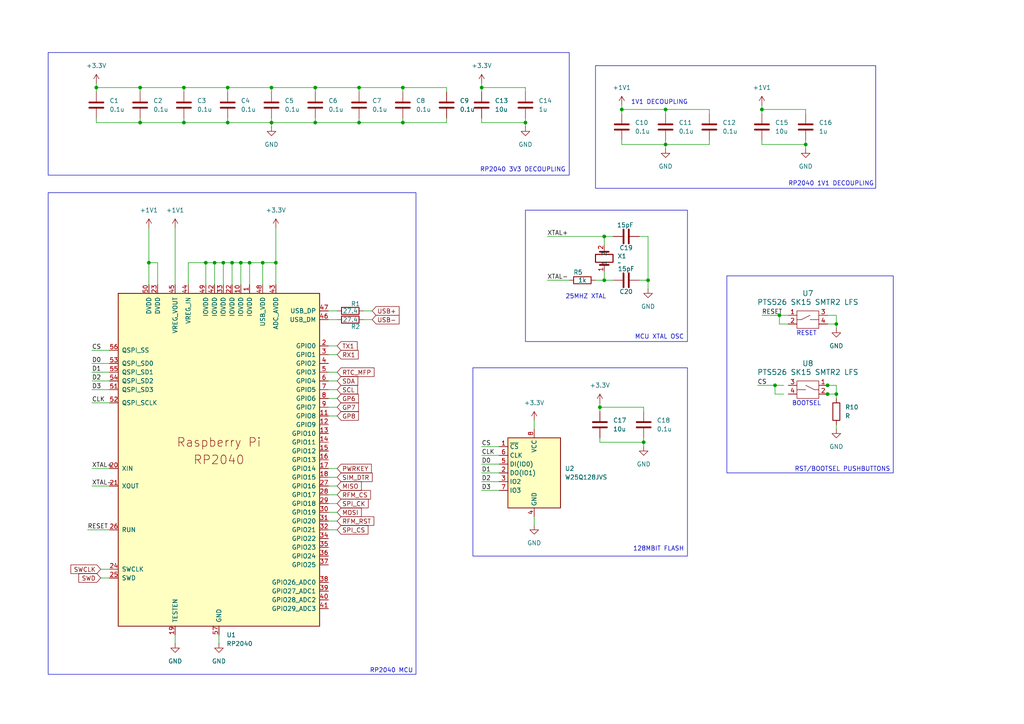
<source format=kicad_sch>
(kicad_sch (version 20231120) (generator "eeschema") (generator_version "8.0")
  (paper "A4")
  (lib_symbols
    (symbol "2024-05-28_14-35-54:PTS526_SK15_SMTR2_LFS" (pin_names (offset 0.254))
      (property "Reference" "U" (at 20.32 10.16 0))
      (property "Value" "PTS526 SK15 SMTR2 LFS" (at 20.32 7.62 0))
      (symbol "PTS526_SK15_SMTR2_LFS_1_1"
        (rectangle (start -3.81 1.27) (end 2.54 -3.81))
        (polyline (pts (xy -3.81 -1.27) (xy -2.54 -1.27)))
        (polyline (pts (xy -2.54 -1.27) (xy 0 0)))
        (polyline (pts (xy 2.54 -1.27) (xy 0 -1.27)))
        (pin passive line (at -6.35 0 0) (length 2.54) (name "") (number "1"))
        (pin passive line (at -6.35 -2.54 0) (length 2.54) (name "") (number "2"))
        (pin passive line (at 5.08 0 180) (length 2.54) (name "") (number "3"))
        (pin passive line (at 5.08 -2.54 180) (length 2.54) (name "") (number "4"))
      )
    )
    (symbol "Device:C" (pin_numbers hide) (pin_names (offset 0.254))
      (property "Reference" "C" (at 0.635 2.54 0))
      (property "Value" "C" (at 0.635 -2.54 0))
      (symbol "C_0_1"
        (polyline (pts (xy -2.032 -0.762) (xy 2.032 -0.762)) (stroke (width 0.508)))
        (polyline (pts (xy -2.032 0.762) (xy 2.032 0.762)) (stroke (width 0.508)))
      )
      (symbol "C_1_1"
        (pin passive line (at 0 3.81 270) (length 2.794) (name "~") (number "1"))
        (pin passive line (at 0 -3.81 90) (length 2.794) (name "~") (number "2"))
      )
    )
    (symbol "Device:R" (pin_numbers hide) (pin_names (offset 0))
      (property "Reference" "R" (at 2.032 0 90))
      (property "Value" "R" (at 0 0 90))
      (symbol "R_0_1"
        (rectangle (start -1.016 -2.54) (end 1.016 2.54) (stroke (width 0.254)))
      )
      (symbol "R_1_1"
        (pin passive line (at 0 3.81 270) (length 1.27) (name "~") (number "1"))
        (pin passive line (at 0 -3.81 90) (length 1.27) (name "~") (number "2"))
      )
    )
    (symbol "Device:XTAL-445"
      (property "Reference" "X" (at 0 0 0))
      (symbol "XTAL-445_0_1"
        (rectangle (start -1.143 -1.27) (end 1.143 -6.35) (stroke (width 0.3048)))
        (polyline (pts (xy -2.54 -3.81) (xy -1.905 -3.81)))
        (polyline (pts (xy -1.905 -5.08) (xy -1.905 -2.54)) (stroke (width 0.508)))
        (polyline (pts (xy 1.905 -5.08) (xy 1.905 -2.54)) (stroke (width 0.508)))
        (polyline (pts (xy 2.54 -3.81) (xy 1.905 -3.81)))
      )
      (symbol "XTAL-445_1_1"
        (pin passive line (at -3.81 -3.81 0) (length 1.27) (name "1") (number "1"))
        (pin passive line (at 3.81 -3.81 180) (length 1.27) (name "2") (number "2"))
      )
    )
    (symbol "MCU_RaspberryPi_RP2040:RP2040" (pin_names (offset 1.016))
      (property "Reference" "U" (at -29.21 49.53 0))
      (property "Value" "RP2040" (at 24.13 -49.53 0))
      (symbol "RP2040_0_0"
        (text "Raspberry Pi" (at 0 5.08 0) (effects (font (size 2.54 2.54))))
        (text "RP2040" (at 0 0 0) (effects (font (size 2.54 2.54))))
      )
      (symbol "RP2040_0_1"
        (rectangle (start 29.21 48.26) (end -29.21 -48.26) (stroke (width 0.254)) (fill (type background)))
      )
      (symbol "RP2040_1_1"
        (pin power_in line (at 8.89 50.8 270) (length 2.54) (name "IOVDD") (number "1"))
        (pin power_in line (at 6.35 50.8 270) (length 2.54) (name "IOVDD") (number "10"))
        (pin bidirectional line (at 31.75 12.7 180) (length 2.54) (name "GPIO8") (number "11"))
        (pin bidirectional line (at 31.75 10.16 180) (length 2.54) (name "GPIO9") (number "12"))
        (pin bidirectional line (at 31.75 7.62 180) (length 2.54) (name "GPIO10") (number "13"))
        (pin bidirectional line (at 31.75 5.08 180) (length 2.54) (name "GPIO11") (number "14"))
        (pin bidirectional line (at 31.75 2.54 180) (length 2.54) (name "GPIO12") (number "15"))
        (pin bidirectional line (at 31.75 0 180) (length 2.54) (name "GPIO13") (number "16"))
        (pin bidirectional line (at 31.75 -2.54 180) (length 2.54) (name "GPIO14") (number "17"))
        (pin bidirectional line (at 31.75 -5.08 180) (length 2.54) (name "GPIO15") (number "18"))
        (pin passive line (at -12.7 -50.8 90) (length 2.54) (name "TESTEN") (number "19"))
        (pin bidirectional line (at 31.75 33.02 180) (length 2.54) (name "GPIO0") (number "2"))
        (pin input line (at -31.75 -2.54 0) (length 2.54) (name "XIN") (number "20"))
        (pin passive line (at -31.75 -7.62 0) (length 2.54) (name "XOUT") (number "21"))
        (pin power_in line (at 3.81 50.8 270) (length 2.54) (name "IOVDD") (number "22"))
        (pin power_in line (at -17.78 50.8 270) (length 2.54) (name "DVDD") (number "23"))
        (pin output line (at -31.75 -31.75 0) (length 2.54) (name "SWCLK") (number "24"))
        (pin bidirectional line (at -31.75 -34.29 0) (length 2.54) (name "SWD") (number "25"))
        (pin input line (at -31.75 -20.32 0) (length 2.54) (name "RUN") (number "26"))
        (pin bidirectional line (at 31.75 -7.62 180) (length 2.54) (name "GPIO16") (number "27"))
        (pin bidirectional line (at 31.75 -10.16 180) (length 2.54) (name "GPIO17") (number "28"))
        (pin bidirectional line (at 31.75 -12.7 180) (length 2.54) (name "GPIO18") (number "29"))
        (pin bidirectional line (at 31.75 30.48 180) (length 2.54) (name "GPIO1") (number "3"))
        (pin bidirectional line (at 31.75 -15.24 180) (length 2.54) (name "GPIO19") (number "30"))
        (pin bidirectional line (at 31.75 -17.78 180) (length 2.54) (name "GPIO20") (number "31"))
        (pin bidirectional line (at 31.75 -20.32 180) (length 2.54) (name "GPIO21") (number "32"))
        (pin power_in line (at 1.27 50.8 270) (length 2.54) (name "IOVDD") (number "33"))
        (pin bidirectional line (at 31.75 -22.86 180) (length 2.54) (name "GPIO22") (number "34"))
        (pin bidirectional line (at 31.75 -25.4 180) (length 2.54) (name "GPIO23") (number "35"))
        (pin bidirectional line (at 31.75 -27.94 180) (length 2.54) (name "GPIO24") (number "36"))
        (pin bidirectional line (at 31.75 -30.48 180) (length 2.54) (name "GPIO25") (number "37"))
        (pin bidirectional line (at 31.75 -35.56 180) (length 2.54) (name "GPIO26_ADC0") (number "38"))
        (pin bidirectional line (at 31.75 -38.1 180) (length 2.54) (name "GPIO27_ADC1") (number "39"))
        (pin bidirectional line (at 31.75 27.94 180) (length 2.54) (name "GPIO2") (number "4"))
        (pin bidirectional line (at 31.75 -40.64 180) (length 2.54) (name "GPIO28_ADC2") (number "40"))
        (pin bidirectional line (at 31.75 -43.18 180) (length 2.54) (name "GPIO29_ADC3") (number "41"))
        (pin power_in line (at -1.27 50.8 270) (length 2.54) (name "IOVDD") (number "42"))
        (pin power_in line (at 16.51 50.8 270) (length 2.54) (name "ADC_AVDD") (number "43"))
        (pin power_in line (at -8.89 50.8 270) (length 2.54) (name "VREG_IN") (number "44"))
        (pin power_out line (at -12.7 50.8 270) (length 2.54) (name "VREG_VOUT") (number "45"))
        (pin bidirectional line (at 31.75 40.64 180) (length 2.54) (name "USB_DM") (number "46"))
        (pin bidirectional line (at 31.75 43.18 180) (length 2.54) (name "USB_DP") (number "47"))
        (pin power_in line (at 12.7 50.8 270) (length 2.54) (name "USB_VDD") (number "48"))
        (pin power_in line (at -3.81 50.8 270) (length 2.54) (name "IOVDD") (number "49"))
        (pin bidirectional line (at 31.75 25.4 180) (length 2.54) (name "GPIO3") (number "5"))
        (pin power_in line (at -20.32 50.8 270) (length 2.54) (name "DVDD") (number "50"))
        (pin bidirectional line (at -31.75 20.32 0) (length 2.54) (name "QSPI_SD3") (number "51"))
        (pin output line (at -31.75 16.51 0) (length 2.54) (name "QSPI_SCLK") (number "52"))
        (pin bidirectional line (at -31.75 27.94 0) (length 2.54) (name "QSPI_SD0") (number "53"))
        (pin bidirectional line (at -31.75 22.86 0) (length 2.54) (name "QSPI_SD2") (number "54"))
        (pin bidirectional line (at -31.75 25.4 0) (length 2.54) (name "QSPI_SD1") (number "55"))
        (pin bidirectional line (at -31.75 31.75 0) (length 2.54) (name "QSPI_SS") (number "56"))
        (pin power_in line (at 0 -50.8 90) (length 2.54) (name "GND") (number "57"))
        (pin bidirectional line (at 31.75 22.86 180) (length 2.54) (name "GPIO4") (number "6"))
        (pin bidirectional line (at 31.75 20.32 180) (length 2.54) (name "GPIO5") (number "7"))
        (pin bidirectional line (at 31.75 17.78 180) (length 2.54) (name "GPIO6") (number "8"))
        (pin bidirectional line (at 31.75 15.24 180) (length 2.54) (name "GPIO7") (number "9"))
      )
    )
    (symbol "Memory_Flash:W25Q128JVS"
      (property "Reference" "U" (at -8.89 8.89 0))
      (property "Value" "W25Q128JVS" (at 7.62 8.89 0))
      (symbol "W25Q128JVS_0_1"
        (rectangle (start -7.62 10.16) (end 7.62 -10.16) (stroke (width 0.254)) (fill (type background)))
      )
      (symbol "W25Q128JVS_1_1"
        (pin input line (at -10.16 7.62 0) (length 2.54) (name "~{CS}") (number "1"))
        (pin bidirectional line (at -10.16 0 0) (length 2.54) (name "DO(IO1)") (number "2"))
        (pin bidirectional line (at -10.16 -2.54 0) (length 2.54) (name "IO2") (number "3"))
        (pin power_in line (at 0 -12.7 90) (length 2.54) (name "GND") (number "4"))
        (pin bidirectional line (at -10.16 2.54 0) (length 2.54) (name "DI(IO0)") (number "5"))
        (pin input line (at -10.16 5.08 0) (length 2.54) (name "CLK") (number "6"))
        (pin bidirectional line (at -10.16 -5.08 0) (length 2.54) (name "IO3") (number "7"))
        (pin power_in line (at 0 12.7 270) (length 2.54) (name "VCC") (number "8"))
      )
    )
    (symbol "power:+1V1" (power) (pin_numbers hide) (pin_names (offset 0) hide)
      (property "Value" "+1V1" (at 0 3.556 0))
      (symbol "+1V1_0_1"
        (polyline (pts (xy -0.762 1.27) (xy 0 2.54)))
        (polyline (pts (xy 0 0) (xy 0 2.54)))
        (polyline (pts (xy 0 2.54) (xy 0.762 1.27)))
      )
      (symbol "+1V1_1_1"
        (pin power_in line (at 0 0 90) (length 0) (name "~") (number "1"))
      )
    )
    (symbol "power:+3.3V" (power) (pin_numbers hide) (pin_names (offset 0) hide)
      (property "Value" "+3.3V" (at 0 3.556 0))
      (symbol "+3.3V_0_1"
        (polyline (pts (xy -0.762 1.27) (xy 0 2.54)))
        (polyline (pts (xy 0 0) (xy 0 2.54)))
        (polyline (pts (xy 0 2.54) (xy 0.762 1.27)))
      )
      (symbol "+3.3V_1_1"
        (pin power_in line (at 0 0 90) (length 0) (name "~") (number "1"))
      )
    )
    (symbol "power:GND" (power) (pin_numbers hide) (pin_names (offset 0) hide)
      (property "Value" "GND" (at 0 -3.81 0))
      (symbol "GND_0_1"
        (polyline (pts (xy 0 0) (xy 0 -1.27) (xy 1.27 -1.27) (xy 0 -2.54) (xy -1.27 -1.27) (xy 0 -1.27)))
      )
      (symbol "GND_1_1"
        (pin power_in line (at 0 0 270) (length 0) (name "~") (number "1"))
      )
    )
  )
  (junction (at 173.99 118.11))
  (junction (at 53.34 35.56))
  (junction (at 66.04 35.56))
  (junction (at 193.04 41.91))
  (junction (at 152.4 35.56))
  (junction (at 233.68 41.91))
  (junction (at 240.03 111.76))
  (junction (at 240.03 114.3))
  (junction (at 76.2 76.2))
  (junction (at 242.57 114.3))
  (junction (at 116.84 25.4))
  (junction (at 224.79 111.76))
  (junction (at 27.94 25.4))
  (junction (at 193.04 31.75))
  (junction (at 187.96 81.28))
  (junction (at 78.74 25.4))
  (junction (at 104.14 25.4))
  (junction (at 139.7 25.4))
  (junction (at 40.64 25.4))
  (junction (at 80.01 76.2))
  (junction (at 186.69 128.27))
  (junction (at 220.98 31.75))
  (junction (at 72.39 76.2))
  (junction (at 242.57 93.98))
  (junction (at 104.14 35.56))
  (junction (at 175.26 81.28))
  (junction (at 91.44 35.56))
  (junction (at 43.18 76.2))
  (junction (at 69.85 76.2))
  (junction (at 91.44 25.4))
  (junction (at 53.34 25.4))
  (junction (at 64.77 76.2))
  (junction (at 59.69 76.2))
  (junction (at 40.64 35.56))
  (junction (at 226.06 91.44))
  (junction (at 116.84 35.56))
  (junction (at 78.74 35.56))
  (junction (at 62.23 76.2))
  (junction (at 66.04 25.4))
  (junction (at 180.34 31.75))
  (junction (at 67.31 76.2))
  (junction (at 175.26 68.58))
  (wire (pts (xy 27.94 35.56) (xy 27.94 34.29)))
  (wire (pts (xy 76.2 82.55) (xy 76.2 76.2)))
  (wire (pts (xy 186.69 128.27) (xy 186.69 129.54)))
  (wire (pts (xy 242.57 123.19) (xy 242.57 124.46)))
  (wire (pts (xy 27.94 24.13) (xy 27.94 25.4)))
  (wire (pts (xy 193.04 40.64) (xy 193.04 41.91)))
  (wire (pts (xy 53.34 25.4) (xy 66.04 25.4)))
  (wire (pts (xy 95.25 135.89) (xy 97.79 135.89)))
  (wire (pts (xy 67.31 76.2) (xy 69.85 76.2)))
  (wire (pts (xy 27.94 25.4) (xy 40.64 25.4)))
  (wire (pts (xy 172.72 81.28) (xy 175.26 81.28)))
  (wire (pts (xy 95.25 146.05) (xy 97.79 146.05)))
  (wire (pts (xy 193.04 41.91) (xy 193.04 43.18)))
  (wire (pts (xy 240.03 114.3) (xy 242.57 114.3)))
  (wire (pts (xy 139.7 35.56) (xy 152.4 35.56)))
  (wire (pts (xy 180.34 33.02) (xy 180.34 31.75)))
  (wire (pts (xy 91.44 35.56) (xy 78.74 35.56)))
  (wire (pts (xy 240.03 93.98) (xy 242.57 93.98)))
  (wire (pts (xy 187.96 81.28) (xy 185.42 81.28)))
  (wire (pts (xy 175.26 68.58) (xy 177.8 68.58)))
  (wire (pts (xy 95.25 153.67) (xy 97.79 153.67)))
  (wire (pts (xy 91.44 34.29) (xy 91.44 35.56)))
  (wire (pts (xy 78.74 34.29) (xy 78.74 35.56)))
  (wire (pts (xy 129.54 34.29) (xy 129.54 35.56)))
  (wire (pts (xy 95.25 115.57) (xy 97.79 115.57)))
  (wire (pts (xy 59.69 76.2) (xy 59.69 82.55)))
  (wire (pts (xy 72.39 76.2) (xy 76.2 76.2)))
  (wire (pts (xy 62.23 76.2) (xy 62.23 82.55)))
  (wire (pts (xy 69.85 82.55) (xy 69.85 76.2)))
  (wire (pts (xy 219.71 111.76) (xy 224.79 111.76)))
  (wire (pts (xy 220.98 30.48) (xy 220.98 31.75)))
  (wire (pts (xy 40.64 25.4) (xy 53.34 25.4)))
  (wire (pts (xy 180.34 31.75) (xy 193.04 31.75)))
  (wire (pts (xy 78.74 35.56) (xy 66.04 35.56)))
  (wire (pts (xy 173.99 118.11) (xy 173.99 119.38)))
  (wire (pts (xy 116.84 25.4) (xy 116.84 26.67)))
  (wire (pts (xy 104.14 34.29) (xy 104.14 35.56)))
  (wire (pts (xy 104.14 25.4) (xy 104.14 26.67)))
  (wire (pts (xy 26.67 110.49) (xy 31.75 110.49)))
  (wire (pts (xy 242.57 111.76) (xy 242.57 114.3)))
  (wire (pts (xy 43.18 66.04) (xy 43.18 76.2)))
  (wire (pts (xy 95.25 148.59) (xy 97.79 148.59)))
  (wire (pts (xy 25.4 153.67) (xy 31.75 153.67)))
  (wire (pts (xy 80.01 66.04) (xy 80.01 76.2)))
  (wire (pts (xy 76.2 76.2) (xy 80.01 76.2)))
  (wire (pts (xy 139.7 132.08) (xy 144.78 132.08)))
  (wire (pts (xy 78.74 25.4) (xy 78.74 26.67)))
  (wire (pts (xy 104.14 35.56) (xy 91.44 35.56)))
  (wire (pts (xy 242.57 114.3) (xy 242.57 115.57)))
  (wire (pts (xy 50.8 184.15) (xy 50.8 186.69)))
  (wire (pts (xy 238.76 114.3) (xy 240.03 114.3)))
  (wire (pts (xy 228.6 93.98) (xy 226.06 93.98)))
  (wire (pts (xy 95.25 143.51) (xy 97.79 143.51)))
  (wire (pts (xy 43.18 76.2) (xy 43.18 82.55)))
  (wire (pts (xy 29.21 167.64) (xy 31.75 167.64)))
  (wire (pts (xy 187.96 68.58) (xy 187.96 81.28)))
  (wire (pts (xy 26.67 116.84) (xy 31.75 116.84)))
  (wire (pts (xy 26.67 107.95) (xy 31.75 107.95)))
  (wire (pts (xy 139.7 34.29) (xy 139.7 35.56)))
  (wire (pts (xy 158.75 68.58) (xy 175.26 68.58)))
  (wire (pts (xy 53.34 34.29) (xy 53.34 35.56)))
  (wire (pts (xy 78.74 35.56) (xy 78.74 36.83)))
  (wire (pts (xy 26.67 135.89) (xy 31.75 135.89)))
  (wire (pts (xy 95.25 138.43) (xy 97.79 138.43)))
  (wire (pts (xy 175.26 81.28) (xy 175.26 78.74)))
  (wire (pts (xy 154.94 149.86) (xy 154.94 152.4)))
  (wire (pts (xy 95.25 113.03) (xy 97.79 113.03)))
  (wire (pts (xy 240.03 111.76) (xy 242.57 111.76)))
  (wire (pts (xy 26.67 101.6) (xy 31.75 101.6)))
  (wire (pts (xy 185.42 68.58) (xy 187.96 68.58)))
  (wire (pts (xy 139.7 137.16) (xy 144.78 137.16)))
  (wire (pts (xy 45.72 76.2) (xy 43.18 76.2)))
  (wire (pts (xy 95.25 100.33) (xy 97.79 100.33)))
  (wire (pts (xy 220.98 41.91) (xy 233.68 41.91)))
  (wire (pts (xy 220.98 40.64) (xy 220.98 41.91)))
  (wire (pts (xy 26.67 140.97) (xy 31.75 140.97)))
  (wire (pts (xy 69.85 76.2) (xy 72.39 76.2)))
  (wire (pts (xy 193.04 41.91) (xy 205.74 41.91)))
  (wire (pts (xy 177.8 81.28) (xy 175.26 81.28)))
  (wire (pts (xy 233.68 41.91) (xy 233.68 43.18)))
  (wire (pts (xy 129.54 35.56) (xy 116.84 35.56)))
  (wire (pts (xy 220.98 91.44) (xy 226.06 91.44)))
  (wire (pts (xy 233.68 40.64) (xy 233.68 41.91)))
  (wire (pts (xy 66.04 35.56) (xy 53.34 35.56)))
  (wire (pts (xy 139.7 129.54) (xy 144.78 129.54)))
  (wire (pts (xy 64.77 76.2) (xy 67.31 76.2)))
  (wire (pts (xy 139.7 25.4) (xy 152.4 25.4)))
  (wire (pts (xy 139.7 134.62) (xy 144.78 134.62)))
  (wire (pts (xy 53.34 35.56) (xy 40.64 35.56)))
  (wire (pts (xy 26.67 113.03) (xy 31.75 113.03)))
  (wire (pts (xy 186.69 119.38) (xy 186.69 118.11)))
  (wire (pts (xy 139.7 24.13) (xy 139.7 25.4)))
  (wire (pts (xy 226.06 93.98) (xy 226.06 91.44)))
  (wire (pts (xy 116.84 25.4) (xy 129.54 25.4)))
  (wire (pts (xy 180.34 41.91) (xy 193.04 41.91)))
  (wire (pts (xy 54.61 82.55) (xy 54.61 76.2)))
  (wire (pts (xy 95.25 120.65) (xy 97.79 120.65)))
  (wire (pts (xy 95.25 107.95) (xy 97.79 107.95)))
  (wire (pts (xy 95.25 118.11) (xy 97.79 118.11)))
  (wire (pts (xy 173.99 127) (xy 173.99 128.27)))
  (wire (pts (xy 242.57 91.44) (xy 240.03 91.44)))
  (wire (pts (xy 116.84 34.29) (xy 116.84 35.56)))
  (wire (pts (xy 220.98 31.75) (xy 220.98 33.02)))
  (wire (pts (xy 59.69 76.2) (xy 62.23 76.2)))
  (wire (pts (xy 173.99 118.11) (xy 186.69 118.11)))
  (wire (pts (xy 91.44 25.4) (xy 91.44 26.67)))
  (wire (pts (xy 62.23 76.2) (xy 64.77 76.2)))
  (wire (pts (xy 40.64 25.4) (xy 40.64 26.67)))
  (wire (pts (xy 224.79 114.3) (xy 224.79 111.76)))
  (wire (pts (xy 40.64 34.29) (xy 40.64 35.56)))
  (wire (pts (xy 154.94 121.92) (xy 154.94 124.46)))
  (wire (pts (xy 205.74 41.91) (xy 205.74 40.64)))
  (wire (pts (xy 242.57 93.98) (xy 242.57 91.44)))
  (wire (pts (xy 139.7 142.24) (xy 144.78 142.24)))
  (wire (pts (xy 91.44 25.4) (xy 104.14 25.4)))
  (wire (pts (xy 205.74 31.75) (xy 205.74 33.02)))
  (wire (pts (xy 227.33 114.3) (xy 224.79 114.3)))
  (wire (pts (xy 95.25 140.97) (xy 97.79 140.97)))
  (wire (pts (xy 180.34 30.48) (xy 180.34 31.75)))
  (wire (pts (xy 193.04 31.75) (xy 193.04 33.02)))
  (wire (pts (xy 66.04 25.4) (xy 66.04 26.67)))
  (wire (pts (xy 173.99 128.27) (xy 186.69 128.27)))
  (wire (pts (xy 27.94 26.67) (xy 27.94 25.4)))
  (wire (pts (xy 50.8 66.04) (xy 50.8 82.55)))
  (wire (pts (xy 67.31 76.2) (xy 67.31 82.55)))
  (wire (pts (xy 152.4 35.56) (xy 152.4 36.83)))
  (wire (pts (xy 95.25 92.71) (xy 97.79 92.71)))
  (wire (pts (xy 95.25 110.49) (xy 97.79 110.49)))
  (wire (pts (xy 158.75 81.28) (xy 165.1 81.28)))
  (wire (pts (xy 152.4 26.67) (xy 152.4 25.4)))
  (wire (pts (xy 105.41 92.71) (xy 107.95 92.71)))
  (wire (pts (xy 116.84 35.56) (xy 104.14 35.56)))
  (wire (pts (xy 173.99 116.84) (xy 173.99 118.11)))
  (wire (pts (xy 180.34 40.64) (xy 180.34 41.91)))
  (wire (pts (xy 95.25 102.87) (xy 97.79 102.87)))
  (wire (pts (xy 40.64 35.56) (xy 27.94 35.56)))
  (wire (pts (xy 220.98 31.75) (xy 233.68 31.75)))
  (wire (pts (xy 64.77 76.2) (xy 64.77 82.55)))
  (wire (pts (xy 95.25 151.13) (xy 97.79 151.13)))
  (wire (pts (xy 175.26 71.12) (xy 175.26 68.58)))
  (wire (pts (xy 80.01 76.2) (xy 80.01 82.55)))
  (wire (pts (xy 45.72 76.2) (xy 45.72 82.55)))
  (wire (pts (xy 139.7 25.4) (xy 139.7 26.67)))
  (wire (pts (xy 187.96 81.28) (xy 187.96 83.82)))
  (wire (pts (xy 54.61 76.2) (xy 59.69 76.2)))
  (wire (pts (xy 78.74 25.4) (xy 91.44 25.4)))
  (wire (pts (xy 26.67 105.41) (xy 31.75 105.41)))
  (wire (pts (xy 95.25 90.17) (xy 97.79 90.17)))
  (wire (pts (xy 104.14 25.4) (xy 116.84 25.4)))
  (wire (pts (xy 66.04 25.4) (xy 78.74 25.4)))
  (wire (pts (xy 129.54 25.4) (xy 129.54 26.67)))
  (wire (pts (xy 53.34 25.4) (xy 53.34 26.67)))
  (wire (pts (xy 105.41 90.17) (xy 107.95 90.17)))
  (wire (pts (xy 63.5 184.15) (xy 63.5 186.69)))
  (wire (pts (xy 66.04 34.29) (xy 66.04 35.56)))
  (wire (pts (xy 152.4 35.56) (xy 152.4 34.29)))
  (wire (pts (xy 29.21 165.1) (xy 31.75 165.1)))
  (wire (pts (xy 242.57 95.25) (xy 242.57 93.98)))
  (wire (pts (xy 193.04 31.75) (xy 205.74 31.75)))
  (wire (pts (xy 226.06 91.44) (xy 228.6 91.44)))
  (wire (pts (xy 233.68 33.02) (xy 233.68 31.75)))
  (wire (pts (xy 72.39 76.2) (xy 72.39 82.55)))
  (wire (pts (xy 186.69 128.27) (xy 186.69 127)))
  (wire (pts (xy 224.79 111.76) (xy 227.33 111.76)))
  (wire (pts (xy 139.7 139.7) (xy 144.78 139.7)))
  (wire (pts (xy 238.76 111.76) (xy 240.03 111.76)))
  (rectangle (start 13.97 15.24) (end 165.1 50.8))
  (rectangle (start 172.72 19.05) (end 254 54.61))
  (rectangle (start 152.4 60.96) (end 199.39 99.06))
  (rectangle (start 137.16 106.68) (end 199.39 161.29))
  (rectangle (start 210.82 80.01) (end 259.08 137.16))
  (rectangle (start 13.97 55.88) (end 120.65 195.58))
  (text "RST/BOOTSEL PUSHBUTTONS" (at 244.348 136.144 0) (effects (font (size 1.27 1.27))))
  (text "RP2040 3V3 DECOUPLING" (at 151.638 49.276 0) (effects (font (size 1.27 1.27))))
  (text "RP2040 MCU" (at 113.538 194.564 0) (effects (font (size 1.27 1.27))))
  (text "RESET" (at 233.934 96.774 0) (effects (font (size 1.27 1.27))))
  (text "RP2040 1V1 DECOUPLING" (at 241.046 53.34 0) (effects (font (size 1.27 1.27))))
  (text "BOOTSEL" (at 233.934 117.094 0) (effects (font (size 1.27 1.27))))
  (text "MCU XTAL OSC" (at 191.262 97.79 0) (effects (font (size 1.27 1.27))))
  (text "1V1 DECOUPLING" (at 191.262 29.718 0) (effects (font (size 1.27 1.27))))
  (text "25MHZ XTAL" (at 169.926 86.106 0) (effects (font (size 1.27 1.27))))
  (text "128MBIT FLASH" (at 191.008 159.258 0) (effects (font (size 1.27 1.27))))
  (label "D2" (at 26.67 110.49 0))
  (label "CS" (at 26.67 101.6 0))
  (label "CLK" (at 26.67 116.84 0))
  (label "D3" (at 26.67 113.03 0))
  (label "D3" (at 139.7 142.24 0))
  (label "XTAL+" (at 26.67 135.89 0))
  (label "XTAL-" (at 158.75 81.28 0))
  (label "D1" (at 26.67 107.95 0))
  (label "CS" (at 139.7 129.54 0))
  (label "D0" (at 26.67 105.41 0))
  (label "XTAL-" (at 26.67 140.97 0))
  (label "CLK" (at 139.7 132.08 0))
  (label "CS" (at 219.71 111.76 0))
  (label "RESET" (at 220.98 91.44 0))
  (label "XTAL+" (at 158.75 68.58 0))
  (label "D1" (at 139.7 137.16 0))
  (label "RESET" (at 25.4 153.67 0))
  (label "D2" (at 139.7 139.7 0))
  (label "D0" (at 139.7 134.62 0))
  (global_label "SPI_CK" (shape input) (at 97.79 146.05 0) (property "Intersheetrefs" "${INTERSHEET_REFS}" (effects (hide yes))))
  (global_label "RFM_RST" (shape input) (at 97.79 151.13 0) (property "Intersheetrefs" "${INTERSHEET_REFS}" (effects (hide yes))))
  (global_label "GP8" (shape input) (at 97.79 120.65 0) (property "Intersheetrefs" "${INTERSHEET_REFS}" (effects (hide yes))))
  (global_label "SDA" (shape input) (at 97.79 110.49 0) (property "Intersheetrefs" "${INTERSHEET_REFS}" (effects (hide yes))))
  (global_label "MISO" (shape input) (at 97.79 140.97 0) (property "Intersheetrefs" "${INTERSHEET_REFS}" (effects (hide yes))))
  (global_label "RTC_MFP" (shape input) (at 97.79 107.95 0) (property "Intersheetrefs" "${INTERSHEET_REFS}" (effects (hide yes))))
  (global_label "SIM_DTR" (shape input) (at 97.79 138.43 0) (property "Intersheetrefs" "${INTERSHEET_REFS}" (effects (hide yes))))
  (global_label "GP7" (shape input) (at 97.79 118.11 0) (property "Intersheetrefs" "${INTERSHEET_REFS}" (effects (hide yes))))
  (global_label "TX1" (shape input) (at 97.79 100.33 0) (property "Intersheetrefs" "${INTERSHEET_REFS}" (effects (hide yes))))
  (global_label "GP6" (shape input) (at 97.79 115.57 0) (property "Intersheetrefs" "${INTERSHEET_REFS}" (effects (hide yes))))
  (global_label "PWRKEY" (shape input) (at 97.79 135.89 0) (property "Intersheetrefs" "${INTERSHEET_REFS}" (effects (hide yes))))
  (global_label "SWCLK" (shape input) (at 29.21 165.1 180) (property "Intersheetrefs" "${INTERSHEET_REFS}" (effects (hide yes))))
  (global_label "RFM_CS" (shape input) (at 97.79 143.51 0) (property "Intersheetrefs" "${INTERSHEET_REFS}" (effects (hide yes))))
  (global_label "RX1" (shape input) (at 97.79 102.87 0) (property "Intersheetrefs" "${INTERSHEET_REFS}" (effects (hide yes))))
  (global_label "SWD" (shape input) (at 29.21 167.64 180) (property "Intersheetrefs" "${INTERSHEET_REFS}" (effects (hide yes))))
  (global_label "MOSI" (shape input) (at 97.79 148.59 0) (property "Intersheetrefs" "${INTERSHEET_REFS}" (effects (hide yes))))
  (global_label "USB-" (shape input) (at 107.95 92.71 0) (property "Intersheetrefs" "${INTERSHEET_REFS}" (effects (hide yes))))
  (global_label "SCL" (shape input) (at 97.79 113.03 0) (property "Intersheetrefs" "${INTERSHEET_REFS}" (effects (hide yes))))
  (global_label "SPI_CS" (shape input) (at 97.79 153.67 0) (property "Intersheetrefs" "${INTERSHEET_REFS}" (effects (hide yes))))
  (global_label "USB+" (shape input) (at 107.95 90.17 0) (property "Intersheetrefs" "${INTERSHEET_REFS}" (effects (hide yes))))
  (symbol (lib_id "power:+1V1") (at 50.8 66.04 0) (unit 1)
    (property "Reference" "#PWR01" (effects (hide yes)))
    (property "Value" "+1V1" (at 50.8 60.96 0))
    (property "Description" "Power symbol creates a global label with name \"+1V1\"" (effects (hide yes)))
  )
  (symbol (lib_id "Device:R") (at 242.57 119.38 0) (unit 1)
    (property "Reference" "R10" (at 245.11 118.1099 0) (effects (justify left)))
    (property "Value" "R" (at 245.11 120.6499 0) (effects (justify left)))
    (property "Footprint" "Resistor_SMD:R_0805_2012Metric_Pad1.20x1.40mm_HandSolder" (effects (hide yes)))
    (property "Description" "Resistor" (effects (hide yes)))
  )
  (symbol (lib_id "Device:C") (at 53.34 30.48 0) (unit 1)
    (property "Reference" "C3" (at 57.15 29.2099 0) (effects (justify left)))
    (property "Value" "0.1u" (at 57.15 31.7499 0) (effects (justify left)))
    (property "Footprint" "Capacitor_SMD:C_0402_1005Metric_Pad0.74x0.62mm_HandSolder" (effects (hide yes)))
    (property "Description" "Unpolarized capacitor" (effects (hide yes)))
  )
  (symbol (lib_id "Device:R") (at 101.6 90.17 90) (unit 1)
    (property "Reference" "R1" (at 103.124 88.138 90))
    (property "Value" "27.4" (at 101.6 90.17 90))
    (property "Footprint" "Resistor_SMD:R_0603_1608Metric_Pad0.98x0.95mm_HandSolder" (effects (hide yes)))
    (property "Description" "Resistor" (effects (hide yes)))
  )
  (symbol (lib_id "power:GND") (at 50.8 186.69 0) (unit 1)
    (property "Reference" "#PWR03" (effects (hide yes)))
    (property "Value" "GND" (at 50.8 191.77 0))
    (property "Description" "Power symbol creates a global label with name \"GND\" , ground" (effects (hide yes)))
  )
  (symbol (lib_id "power:+3.3V") (at 173.99 116.84 0) (unit 1)
    (property "Reference" "#PWR016" (effects (hide yes)))
    (property "Value" "+3.3V" (at 173.99 111.76 0))
    (property "Description" "Power symbol creates a global label with name \"+3.3V\"" (effects (hide yes)))
  )
  (symbol (lib_id "MCU_RaspberryPi_RP2040:RP2040") (at 63.5 133.35 0) (unit 1)
    (property "Reference" "U1" (at 65.6941 184.15 0) (effects (justify left)))
    (property "Value" "RP2040" (at 65.6941 186.69 0) (effects (justify left)))
    (property "Footprint" "Package_DFN_QFN:QFN-56-1EP_7x7mm_P0.4mm_EP3.2x3.2mm" (effects (hide yes)))
  )
  (symbol (lib_id "Device:C") (at 173.99 123.19 0) (unit 1)
    (property "Reference" "C17" (at 177.8 121.9199 0) (effects (justify left)))
    (property "Value" "10u" (at 177.8 124.4599 0) (effects (justify left)))
    (property "Footprint" "Capacitor_SMD:C_0805_2012Metric_Pad1.18x1.45mm_HandSolder" (effects (hide yes)))
    (property "Description" "Unpolarized capacitor" (effects (hide yes)))
  )
  (symbol (lib_id "power:+3.3V") (at 27.94 24.13 0) (unit 1)
    (property "Reference" "#PWR09" (effects (hide yes)))
    (property "Value" "+3.3V" (at 27.94 19.05 0))
    (property "Description" "Power symbol creates a global label with name \"+3.3V\"" (effects (hide yes)))
  )
  (symbol (lib_id "Device:C") (at 129.54 30.48 0) (unit 1)
    (property "Reference" "C9" (at 133.35 29.2099 0) (effects (justify left)))
    (property "Value" "0.1u" (at 133.35 31.7499 0) (effects (justify left)))
    (property "Footprint" "Capacitor_SMD:C_0402_1005Metric_Pad0.74x0.62mm_HandSolder" (effects (hide yes)))
    (property "Description" "Unpolarized capacitor" (effects (hide yes)))
  )
  (symbol (lib_id "power:GND") (at 187.96 83.82 0) (unit 1)
    (property "Reference" "#PWR025" (effects (hide yes)))
    (property "Value" "GND" (at 187.96 88.9 0))
    (property "Description" "Power symbol creates a global label with name \"GND\" , ground" (effects (hide yes)))
  )
  (symbol (lib_id "Device:C") (at 40.64 30.48 0) (unit 1)
    (property "Reference" "C2" (at 44.45 29.2099 0) (effects (justify left)))
    (property "Value" "0.1u" (at 44.45 31.7499 0) (effects (justify left)))
    (property "Footprint" "Capacitor_SMD:C_0402_1005Metric_Pad0.74x0.62mm_HandSolder" (effects (hide yes)))
    (property "Description" "Unpolarized capacitor" (effects (hide yes)))
  )
  (symbol (lib_id "Device:C") (at 181.61 68.58 90) (unit 1)
    (property "Reference" "C19" (at 181.61 71.882 90))
    (property "Value" "15pF" (at 181.356 65.278 90))
    (property "Footprint" "Capacitor_SMD:C_0402_1005Metric_Pad0.74x0.62mm_HandSolder" (effects (hide yes)))
    (property "Description" "Unpolarized capacitor" (effects (hide yes)))
  )
  (symbol (lib_id "Device:C") (at 91.44 30.48 0) (unit 1)
    (property "Reference" "C6" (at 95.25 29.2099 0) (effects (justify left)))
    (property "Value" "0.1u" (at 95.25 31.7499 0) (effects (justify left)))
    (property "Footprint" "Capacitor_SMD:C_0402_1005Metric_Pad0.74x0.62mm_HandSolder" (effects (hide yes)))
    (property "Description" "Unpolarized capacitor" (effects (hide yes)))
  )
  (symbol (lib_id "power:GND") (at 193.04 43.18 0) (unit 1)
    (property "Reference" "#PWR010" (effects (hide yes)))
    (property "Value" "GND" (at 193.04 48.26 0))
    (property "Description" "Power symbol creates a global label with name \"GND\" , ground" (effects (hide yes)))
  )
  (symbol (lib_id "Device:C") (at 181.61 81.28 90) (unit 1)
    (property "Reference" "C20" (at 181.61 84.582 90))
    (property "Value" "15pF" (at 181.61 77.978 90))
    (property "Footprint" "Capacitor_SMD:C_0402_1005Metric_Pad0.74x0.62mm_HandSolder" (effects (hide yes)))
    (property "Description" "Unpolarized capacitor" (effects (hide yes)))
  )
  (symbol (lib_id "power:+1V1") (at 220.98 30.48 0) (unit 1)
    (property "Reference" "#PWR014" (effects (hide yes)))
    (property "Value" "+1V1" (at 220.98 25.4 0))
    (property "Description" "Power symbol creates a global label with name \"+1V1\"" (effects (hide yes)))
  )
  (symbol (lib_id "Device:R") (at 168.91 81.28 90) (unit 1)
    (property "Reference" "R5" (at 167.64 78.994 90))
    (property "Value" "1k" (at 168.91 81.28 90))
    (property "Footprint" "Resistor_SMD:R_0805_2012Metric_Pad1.20x1.40mm_HandSolder" (effects (hide yes)))
    (property "Description" "Resistor" (effects (hide yes)))
  )
  (symbol (lib_id "power:GND") (at 242.57 124.46 0) (unit 1)
    (property "Reference" "#PWR040" (effects (hide yes)))
    (property "Value" "GND" (at 242.57 129.54 0))
    (property "Description" "Power symbol creates a global label with name \"GND\" , ground" (effects (hide yes)))
  )
  (symbol (lib_id "power:GND") (at 63.5 186.69 0) (unit 1)
    (property "Reference" "#PWR04" (effects (hide yes)))
    (property "Value" "GND" (at 63.5 191.77 0))
    (property "Description" "Power symbol creates a global label with name \"GND\" , ground" (effects (hide yes)))
  )
  (symbol (lib_id "Device:C") (at 104.14 30.48 0) (unit 1)
    (property "Reference" "C7" (at 107.95 29.2099 0) (effects (justify left)))
    (property "Value" "0.1u" (at 107.95 31.7499 0) (effects (justify left)))
    (property "Footprint" "Capacitor_SMD:C_0402_1005Metric_Pad0.74x0.62mm_HandSolder" (effects (hide yes)))
    (property "Description" "Unpolarized capacitor" (effects (hide yes)))
  )
  (symbol (lib_id "Memory_Flash:W25Q128JVS") (at 154.94 137.16 0) (unit 1)
    (property "Reference" "U2" (at 163.83 135.8899 0) (effects (justify left)))
    (property "Value" "W25Q128JVS" (at 163.83 138.4299 0) (effects (justify left)))
    (property "Footprint" "Package_SO:SOIC-8_5.23x5.23mm_P1.27mm" (effects (hide yes)))
    (property "Datasheet" "http://www.winbond.com/resource-files/w25q128jv_dtr%20revc%2003272018%20plus.pdf" (effects (hide yes)))
    (property "Description" "128Mb Serial Flash Memory, Standard/Dual/Quad SPI, SOIC-8" (effects (hide yes)))
  )
  (symbol (lib_id "power:+1V1") (at 180.34 30.48 0) (unit 1)
    (property "Reference" "#PWR08" (effects (hide yes)))
    (property "Value" "+1V1" (at 180.34 25.4 0))
    (property "Description" "Power symbol creates a global label with name \"+1V1\"" (effects (hide yes)))
  )
  (symbol (lib_id "power:+1V1") (at 43.18 66.04 0) (unit 1)
    (property "Reference" "#PWR07" (effects (hide yes)))
    (property "Value" "+1V1" (at 43.18 60.96 0))
    (property "Description" "Power symbol creates a global label with name \"+1V1\"" (effects (hide yes)))
  )
  (symbol (lib_id "Device:R") (at 101.6 92.71 90) (unit 1)
    (property "Reference" "R2" (at 103.124 94.742 90))
    (property "Value" "27.4" (at 101.6 92.71 90))
    (property "Footprint" "Resistor_SMD:R_0603_1608Metric_Pad0.98x0.95mm_HandSolder" (effects (hide yes)))
    (property "Description" "Resistor" (effects (hide yes)))
  )
  (symbol (lib_id "Device:XTAL-445") (at 171.45 74.93 90) (unit 1)
    (property "Reference" "X1" (at 179.07 74.2949 90) (effects (justify right)))
    (property "Value" "~" (at 179.07 76.2 90) (effects (justify right)))
    (property "Footprint" "WiSDOM:XTAL-445" (effects (hide yes)))
  )
  (symbol (lib_id "Device:C") (at 193.04 36.83 0) (unit 1)
    (property "Reference" "C11" (at 196.85 35.5599 0) (effects (justify left)))
    (property "Value" "0.1u" (at 196.85 38.0999 0) (effects (justify left)))
    (property "Footprint" "Capacitor_SMD:C_0402_1005Metric_Pad0.74x0.62mm_HandSolder" (effects (hide yes)))
    (property "Description" "Unpolarized capacitor" (effects (hide yes)))
  )
  (symbol (lib_id "Device:C") (at 116.84 30.48 0) (unit 1)
    (property "Reference" "C8" (at 120.65 29.2099 0) (effects (justify left)))
    (property "Value" "0.1u" (at 120.65 31.7499 0) (effects (justify left)))
    (property "Footprint" "Capacitor_SMD:C_0402_1005Metric_Pad0.74x0.62mm_HandSolder" (effects (hide yes)))
    (property "Description" "Unpolarized capacitor" (effects (hide yes)))
  )
  (symbol (lib_id "Device:C") (at 233.68 36.83 0) (unit 1)
    (property "Reference" "C16" (at 237.49 35.5599 0) (effects (justify left)))
    (property "Value" "1u" (at 237.49 38.0999 0) (effects (justify left)))
    (property "Footprint" "Capacitor_SMD:C_0805_2012Metric_Pad1.18x1.45mm_HandSolder" (effects (hide yes)))
    (property "Description" "Unpolarized capacitor" (effects (hide yes)))
  )
  (symbol (lib_id "Device:C") (at 152.4 30.48 0) (unit 1)
    (property "Reference" "C14" (at 156.21 29.2099 0) (effects (justify left)))
    (property "Value" "1u" (at 156.21 31.7499 0) (effects (justify left)))
    (property "Footprint" "Capacitor_SMD:C_0805_2012Metric_Pad1.18x1.45mm_HandSolder" (effects (hide yes)))
    (property "Description" "Unpolarized capacitor" (effects (hide yes)))
  )
  (symbol (lib_id "power:+3.3V") (at 139.7 24.13 0) (unit 1)
    (property "Reference" "#PWR012" (effects (hide yes)))
    (property "Value" "+3.3V" (at 139.7 19.05 0))
    (property "Description" "Power symbol creates a global label with name \"+3.3V\"" (effects (hide yes)))
  )
  (symbol (lib_id "power:GND") (at 152.4 36.83 0) (unit 1)
    (property "Reference" "#PWR013" (effects (hide yes)))
    (property "Value" "GND" (at 152.4 41.91 0))
    (property "Description" "Power symbol creates a global label with name \"GND\" , ground" (effects (hide yes)))
  )
  (symbol (lib_id "power:GND") (at 242.57 95.25 0) (unit 1)
    (property "Reference" "#PWR039" (effects (hide yes)))
    (property "Value" "GND" (at 242.57 100.33 0))
    (property "Description" "Power symbol creates a global label with name \"GND\" , ground" (effects (hide yes)))
  )
  (symbol (lib_id "Device:C") (at 139.7 30.48 0) (unit 1)
    (property "Reference" "C13" (at 143.51 29.2099 0) (effects (justify left)))
    (property "Value" "10u" (at 143.51 31.7499 0) (effects (justify left)))
    (property "Footprint" "Capacitor_SMD:C_0805_2012Metric_Pad1.18x1.45mm_HandSolder" (effects (hide yes)))
    (property "Description" "Unpolarized capacitor" (effects (hide yes)))
  )
  (symbol (lib_id "Device:C") (at 78.74 30.48 0) (unit 1)
    (property "Reference" "C5" (at 82.55 29.2099 0) (effects (justify left)))
    (property "Value" "0.1u" (at 82.55 31.7499 0) (effects (justify left)))
    (property "Footprint" "Capacitor_SMD:C_0402_1005Metric_Pad0.74x0.62mm_HandSolder" (effects (hide yes)))
    (property "Description" "Unpolarized capacitor" (effects (hide yes)))
  )
  (symbol (lib_id "power:GND") (at 78.74 36.83 0) (unit 1)
    (property "Reference" "#PWR011" (effects (hide yes)))
    (property "Value" "GND" (at 78.74 41.91 0))
    (property "Description" "Power symbol creates a global label with name \"GND\" , ground" (effects (hide yes)))
  )
  (symbol (lib_id "Device:C") (at 180.34 36.83 0) (unit 1)
    (property "Reference" "C10" (at 184.15 35.5599 0) (effects (justify left)))
    (property "Value" "0.1u" (at 184.15 38.0999 0) (effects (justify left)))
    (property "Footprint" "Capacitor_SMD:C_0402_1005Metric_Pad0.74x0.62mm_HandSolder" (effects (hide yes)))
    (property "Description" "Unpolarized capacitor" (effects (hide yes)))
  )
  (symbol (lib_id "power:+3.3V") (at 154.94 121.92 0) (unit 1)
    (property "Reference" "#PWR05" (effects (hide yes)))
    (property "Value" "+3.3V" (at 154.94 116.84 0))
    (property "Description" "Power symbol creates a global label with name \"+3.3V\"" (effects (hide yes)))
  )
  (symbol (lib_id "Device:C") (at 66.04 30.48 0) (unit 1)
    (property "Reference" "C4" (at 69.85 29.2099 0) (effects (justify left)))
    (property "Value" "0.1u" (at 69.85 31.7499 0) (effects (justify left)))
    (property "Footprint" "Capacitor_SMD:C_0402_1005Metric_Pad0.74x0.62mm_HandSolder" (effects (hide yes)))
    (property "Description" "Unpolarized capacitor" (effects (hide yes)))
  )
  (symbol (lib_id "Device:C") (at 27.94 30.48 0) (unit 1)
    (property "Reference" "C1" (at 31.75 29.2099 0) (effects (justify left)))
    (property "Value" "0.1u" (at 31.75 31.7499 0) (effects (justify left)))
    (property "Footprint" "Capacitor_SMD:C_0402_1005Metric_Pad0.74x0.62mm_HandSolder" (effects (hide yes)))
    (property "Description" "Unpolarized capacitor" (effects (hide yes)))
  )
  (symbol (lib_id "2024-05-28_14-35-54:PTS526_SK15_SMTR2_LFS") (at 234.95 91.44 0) (unit 1)
    (property "Reference" "U7" (at 234.315 85.09 0) (effects (font (size 1.524 1.524))))
    (property "Value" "PTS526 SK15 SMTR2 LFS" (at 234.315 87.63 0) (effects (font (size 1.524 1.524))))
    (property "Footprint" "WiSDOM:PTS526" (effects (hide yes)))
    (property "Datasheet" "PTS526 SK15 SMTR2 LFS" (effects (hide yes)))
  )
  (symbol (lib_id "power:GND") (at 233.68 43.18 0) (unit 1)
    (property "Reference" "#PWR015" (effects (hide yes)))
    (property "Value" "GND" (at 233.68 48.26 0))
    (property "Description" "Power symbol creates a global label with name \"GND\" , ground" (effects (hide yes)))
  )
  (symbol (lib_id "power:GND") (at 186.69 129.54 0) (unit 1)
    (property "Reference" "#PWR017" (effects (hide yes)))
    (property "Value" "GND" (at 186.69 134.62 0))
    (property "Description" "Power symbol creates a global label with name \"GND\" , ground" (effects (hide yes)))
  )
  (symbol (lib_id "2024-05-28_14-35-54:PTS526_SK15_SMTR2_LFS") (at 233.68 111.76 0) (mirror y) (unit 1)
    (property "Reference" "U8" (at 234.315 105.41 0) (effects (font (size 1.524 1.524))))
    (property "Value" "PTS526 SK15 SMTR2 LFS" (at 234.315 107.95 0) (effects (font (size 1.524 1.524))))
    (property "Footprint" "WiSDOM:PTS526" (effects (hide yes)))
    (property "Datasheet" "PTS526 SK15 SMTR2 LFS" (effects (hide yes)))
  )
  (symbol (lib_id "power:+3.3V") (at 80.01 66.04 0) (unit 1)
    (property "Reference" "#PWR02" (effects (hide yes)))
    (property "Value" "+3.3V" (at 80.01 60.96 0))
    (property "Description" "Power symbol creates a global label with name \"+3.3V\"" (effects (hide yes)))
  )
  (symbol (lib_id "power:GND") (at 154.94 152.4 0) (unit 1)
    (property "Reference" "#PWR06" (effects (hide yes)))
    (property "Value" "GND" (at 154.94 157.48 0))
    (property "Description" "Power symbol creates a global label with name \"GND\" , ground" (effects (hide yes)))
  )
  (symbol (lib_id "Device:C") (at 186.69 123.19 0) (unit 1)
    (property "Reference" "C18" (at 190.5 121.9199 0) (effects (justify left)))
    (property "Value" "0.1u" (at 190.5 124.4599 0) (effects (justify left)))
    (property "Footprint" "Capacitor_SMD:C_0402_1005Metric_Pad0.74x0.62mm_HandSolder" (effects (hide yes)))
    (property "Description" "Unpolarized capacitor" (effects (hide yes)))
  )
  (symbol (lib_id "Device:C") (at 220.98 36.83 0) (unit 1)
    (property "Reference" "C15" (at 224.79 35.5599 0) (effects (justify left)))
    (property "Value" "10u" (at 224.79 38.0999 0) (effects (justify left)))
    (property "Footprint" "Capacitor_SMD:C_0805_2012Metric_Pad1.18x1.45mm_HandSolder" (effects (hide yes)))
    (property "Description" "Unpolarized capacitor" (effects (hide yes)))
  )
  (symbol (lib_id "Device:C") (at 205.74 36.83 0) (unit 1)
    (property "Reference" "C12" (at 209.55 35.5599 0) (effects (justify left)))
    (property "Value" "0.1u" (at 209.55 38.0999 0) (effects (justify left)))
    (property "Footprint" "Capacitor_SMD:C_0402_1005Metric_Pad0.74x0.62mm_HandSolder" (effects (hide yes)))
    (property "Description" "Unpolarized capacitor" (effects (hide yes)))
  )
)
</source>
